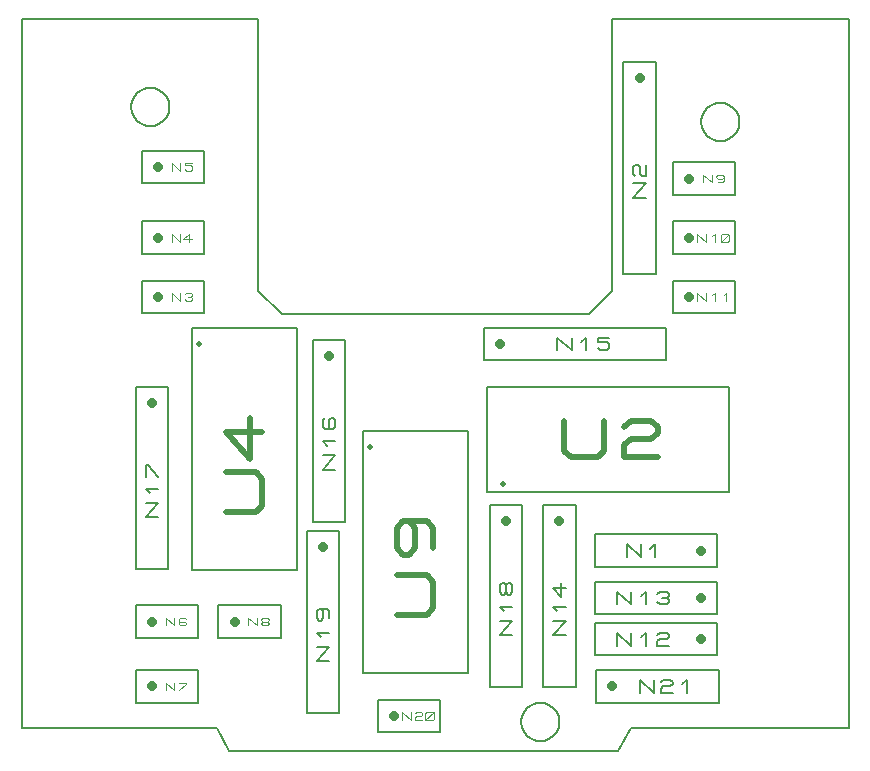
<source format=gbr>
G04 PROTEUS GERBER X2 FILE*
%TF.GenerationSoftware,Labcenter,Proteus,8.12-SP2-Build31155*%
%TF.CreationDate,2021-12-06T20:36:36+00:00*%
%TF.FileFunction,AssemblyDrawing,Top*%
%TF.FilePolarity,Positive*%
%TF.Part,Single*%
%TF.SameCoordinates,{41aeb68f-70a9-4567-b6d7-def337a2806a}*%
%FSLAX45Y45*%
%MOMM*%
G01*
%TA.AperFunction,Profile*%
%ADD17C,0.203200*%
%TA.AperFunction,Material*%
%ADD21C,0.203200*%
%ADD41C,0.508000*%
%ADD42C,0.507080*%
%ADD43C,0.812800*%
%ADD44C,0.177800*%
%ADD45C,0.110060*%
%TD.AperFunction*%
D17*
X+0Y+0D02*
X+1650000Y+0D01*
X+7000000Y+0D02*
X+7000000Y+6000000D01*
X+5000000Y+6000000D01*
X+5000000Y+3700000D01*
X+4800000Y+3500000D01*
X+2200000Y+3500000D01*
X+2000000Y+3700000D02*
X+2000000Y+6000000D01*
X+0Y+6000000D01*
X+0Y+0D01*
X+2000000Y+3700000D02*
X+2200000Y+3500000D01*
X+5160000Y+0D02*
X+7000000Y+0D01*
X+1750000Y-200000D02*
X+5050000Y-200000D01*
X+1650000Y+0D02*
X+1750000Y-200000D01*
X+5160000Y+0D02*
X+5050000Y-200000D01*
X+4550045Y+50000D02*
X+4549508Y+63142D01*
X+4545144Y+89427D01*
X+4536029Y+115712D01*
X+4521182Y+141997D01*
X+4498470Y+168118D01*
X+4472185Y+187898D01*
X+4445900Y+200658D01*
X+4419615Y+208108D01*
X+4393330Y+210987D01*
X+4389000Y+211045D01*
X+4227955Y+50000D02*
X+4228492Y+63142D01*
X+4232856Y+89427D01*
X+4241971Y+115712D01*
X+4256818Y+141997D01*
X+4279530Y+168118D01*
X+4305815Y+187898D01*
X+4332100Y+200658D01*
X+4358385Y+208108D01*
X+4384670Y+210987D01*
X+4389000Y+211045D01*
X+4227955Y+50000D02*
X+4228492Y+36858D01*
X+4232856Y+10573D01*
X+4241971Y-15712D01*
X+4256818Y-41997D01*
X+4279530Y-68118D01*
X+4305815Y-87898D01*
X+4332100Y-100658D01*
X+4358385Y-108108D01*
X+4384670Y-110987D01*
X+4389000Y-111045D01*
X+4550045Y+50000D02*
X+4549508Y+36858D01*
X+4545144Y+10573D01*
X+4536029Y-15712D01*
X+4521182Y-41997D01*
X+4498470Y-68118D01*
X+4472185Y-87898D01*
X+4445900Y-100658D01*
X+4419615Y-108108D01*
X+4393330Y-110987D01*
X+4389000Y-111045D01*
X+6074045Y+5130000D02*
X+6073508Y+5143142D01*
X+6069144Y+5169427D01*
X+6060029Y+5195712D01*
X+6045182Y+5221997D01*
X+6022470Y+5248118D01*
X+5996185Y+5267898D01*
X+5969900Y+5280658D01*
X+5943615Y+5288108D01*
X+5917330Y+5290987D01*
X+5913000Y+5291045D01*
X+5751955Y+5130000D02*
X+5752492Y+5143142D01*
X+5756856Y+5169427D01*
X+5765971Y+5195712D01*
X+5780818Y+5221997D01*
X+5803530Y+5248118D01*
X+5829815Y+5267898D01*
X+5856100Y+5280658D01*
X+5882385Y+5288108D01*
X+5908670Y+5290987D01*
X+5913000Y+5291045D01*
X+5751955Y+5130000D02*
X+5752492Y+5116858D01*
X+5756856Y+5090573D01*
X+5765971Y+5064288D01*
X+5780818Y+5038003D01*
X+5803530Y+5011882D01*
X+5829815Y+4992102D01*
X+5856100Y+4979342D01*
X+5882385Y+4971892D01*
X+5908670Y+4969013D01*
X+5913000Y+4968955D01*
X+6074045Y+5130000D02*
X+6073508Y+5116858D01*
X+6069144Y+5090573D01*
X+6060029Y+5064288D01*
X+6045182Y+5038003D01*
X+6022470Y+5011882D01*
X+5996185Y+4992102D01*
X+5969900Y+4979342D01*
X+5943615Y+4971892D01*
X+5917330Y+4969013D01*
X+5913000Y+4968955D01*
X+1248045Y+5257000D02*
X+1247508Y+5270142D01*
X+1243144Y+5296427D01*
X+1234029Y+5322712D01*
X+1219182Y+5348997D01*
X+1196470Y+5375118D01*
X+1170185Y+5394898D01*
X+1143900Y+5407658D01*
X+1117615Y+5415108D01*
X+1091330Y+5417987D01*
X+1087000Y+5418045D01*
X+925955Y+5257000D02*
X+926492Y+5270142D01*
X+930856Y+5296427D01*
X+939971Y+5322712D01*
X+954818Y+5348997D01*
X+977530Y+5375118D01*
X+1003815Y+5394898D01*
X+1030100Y+5407658D01*
X+1056385Y+5415108D01*
X+1082670Y+5417987D01*
X+1087000Y+5418045D01*
X+925955Y+5257000D02*
X+926492Y+5243858D01*
X+930856Y+5217573D01*
X+939971Y+5191288D01*
X+954818Y+5165003D01*
X+977530Y+5138882D01*
X+1003815Y+5119102D01*
X+1030100Y+5106342D01*
X+1056385Y+5098892D01*
X+1082670Y+5096013D01*
X+1087000Y+5095955D01*
X+1248045Y+5257000D02*
X+1247508Y+5243858D01*
X+1243144Y+5217573D01*
X+1234029Y+5191288D01*
X+1219182Y+5165003D01*
X+1196470Y+5138882D01*
X+1170185Y+5119102D01*
X+1143900Y+5106342D01*
X+1117615Y+5098892D01*
X+1091330Y+5096013D01*
X+1087000Y+5095955D01*
D21*
X+1436500Y+1334840D02*
X+2325500Y+1334840D01*
X+2325500Y+3387160D01*
X+1436500Y+3387160D01*
X+1436500Y+1334840D01*
D41*
X+1500000Y+3250000D02*
X+1500000Y+3250000D01*
D42*
X+1728874Y+1823344D02*
X+1982417Y+1823344D01*
X+2033125Y+1880391D01*
X+2033125Y+2108579D01*
X+1982417Y+2165626D01*
X+1728874Y+2165626D01*
X+1931708Y+2622002D02*
X+1931708Y+2279720D01*
X+1728874Y+2507908D01*
X+2033125Y+2507908D01*
D21*
X+2886500Y+464840D02*
X+3775500Y+464840D01*
X+3775500Y+2517160D01*
X+2886500Y+2517160D01*
X+2886500Y+464840D01*
D41*
X+2950000Y+2380000D02*
X+2950000Y+2380000D01*
D42*
X+3178874Y+953344D02*
X+3432417Y+953344D01*
X+3483125Y+1010391D01*
X+3483125Y+1238579D01*
X+3432417Y+1295626D01*
X+3178874Y+1295626D01*
X+3280291Y+1752002D02*
X+3331000Y+1694955D01*
X+3331000Y+1523814D01*
X+3280291Y+1466767D01*
X+3229583Y+1466767D01*
X+3178874Y+1523814D01*
X+3178874Y+1694955D01*
X+3229583Y+1752002D01*
X+3432417Y+1752002D01*
X+3483125Y+1694955D01*
X+3483125Y+1523814D01*
D21*
X+4850840Y+1362840D02*
X+5887160Y+1362840D01*
X+5887160Y+1637160D01*
X+4850840Y+1637160D01*
X+4850840Y+1362840D01*
D43*
X+5750000Y+1500000D02*
X+5750000Y+1500000D01*
D44*
X+5120080Y+1446660D02*
X+5120080Y+1553340D01*
X+5240095Y+1446660D01*
X+5240095Y+1553340D01*
X+5320105Y+1517780D02*
X+5360110Y+1553340D01*
X+5360110Y+1446660D01*
D21*
X+5092840Y+3838840D02*
X+5367160Y+3838840D01*
X+5367160Y+5637160D01*
X+5092840Y+5637160D01*
X+5092840Y+3838840D01*
D43*
X+5230000Y+5500000D02*
X+5230000Y+5500000D01*
D44*
X+5283340Y+4489080D02*
X+5176660Y+4489080D01*
X+5283340Y+4609095D01*
X+5176660Y+4609095D01*
X+5194440Y+4669102D02*
X+5176660Y+4689105D01*
X+5176660Y+4749112D01*
X+5194440Y+4769115D01*
X+5212220Y+4769115D01*
X+5230000Y+4749112D01*
X+5230000Y+4689105D01*
X+5247780Y+4669102D01*
X+5283340Y+4669102D01*
X+5283340Y+4769115D01*
D21*
X+4850840Y+612840D02*
X+5887160Y+612840D01*
X+5887160Y+887160D01*
X+4850840Y+887160D01*
X+4850840Y+612840D01*
D43*
X+5750000Y+750000D02*
X+5750000Y+750000D01*
D44*
X+5040070Y+696660D02*
X+5040070Y+803340D01*
X+5160085Y+696660D01*
X+5160085Y+803340D01*
X+5240095Y+767780D02*
X+5280100Y+803340D01*
X+5280100Y+696660D01*
X+5380112Y+785560D02*
X+5400115Y+803340D01*
X+5460122Y+803340D01*
X+5480125Y+785560D01*
X+5480125Y+767780D01*
X+5460122Y+750000D01*
X+5400115Y+750000D01*
X+5380112Y+732220D01*
X+5380112Y+696660D01*
X+5480125Y+696660D01*
D21*
X+4850840Y+962840D02*
X+5887160Y+962840D01*
X+5887160Y+1237160D01*
X+4850840Y+1237160D01*
X+4850840Y+962840D01*
D43*
X+5750000Y+1100000D02*
X+5750000Y+1100000D01*
D44*
X+5040070Y+1046660D02*
X+5040070Y+1153340D01*
X+5160085Y+1046660D01*
X+5160085Y+1153340D01*
X+5240095Y+1117780D02*
X+5280100Y+1153340D01*
X+5280100Y+1046660D01*
X+5380112Y+1135560D02*
X+5400115Y+1153340D01*
X+5460122Y+1153340D01*
X+5480125Y+1135560D01*
X+5480125Y+1117780D01*
X+5460122Y+1100000D01*
X+5480125Y+1082220D01*
X+5480125Y+1064440D01*
X+5460122Y+1046660D01*
X+5400115Y+1046660D01*
X+5380112Y+1064440D01*
X+5420117Y+1100000D02*
X+5460122Y+1100000D01*
D21*
X+3912840Y+3112840D02*
X+5457160Y+3112840D01*
X+5457160Y+3387160D01*
X+3912840Y+3387160D01*
X+3912840Y+3112840D01*
D43*
X+4050000Y+3250000D02*
X+4050000Y+3250000D01*
D44*
X+4533870Y+3196660D02*
X+4533870Y+3303340D01*
X+4653885Y+3196660D01*
X+4653885Y+3303340D01*
X+4733895Y+3267780D02*
X+4773900Y+3303340D01*
X+4773900Y+3196660D01*
X+4973925Y+3303340D02*
X+4873912Y+3303340D01*
X+4873912Y+3267780D01*
X+4953922Y+3267780D01*
X+4973925Y+3250000D01*
X+4973925Y+3214440D01*
X+4953922Y+3196660D01*
X+4893915Y+3196660D01*
X+4873912Y+3214440D01*
D21*
X+4412840Y+342840D02*
X+4687160Y+342840D01*
X+4687160Y+1887160D01*
X+4412840Y+1887160D01*
X+4412840Y+342840D01*
D43*
X+4550000Y+1750000D02*
X+4550000Y+1750000D01*
D44*
X+4603340Y+786070D02*
X+4496660Y+786070D01*
X+4603340Y+906085D01*
X+4496660Y+906085D01*
X+4532220Y+986095D02*
X+4496660Y+1026100D01*
X+4603340Y+1026100D01*
X+4567780Y+1226125D02*
X+4567780Y+1106110D01*
X+4496660Y+1186120D01*
X+4603340Y+1186120D01*
D21*
X+2462840Y+1742840D02*
X+2737160Y+1742840D01*
X+2737160Y+3287160D01*
X+2462840Y+3287160D01*
X+2462840Y+1742840D01*
D43*
X+2600000Y+3150000D02*
X+2600000Y+3150000D01*
D44*
X+2653340Y+2186070D02*
X+2546660Y+2186070D01*
X+2653340Y+2306085D01*
X+2546660Y+2306085D01*
X+2582220Y+2386095D02*
X+2546660Y+2426100D01*
X+2653340Y+2426100D01*
X+2564440Y+2626125D02*
X+2546660Y+2606122D01*
X+2546660Y+2546115D01*
X+2564440Y+2526112D01*
X+2635560Y+2526112D01*
X+2653340Y+2546115D01*
X+2653340Y+2606122D01*
X+2635560Y+2626125D01*
X+2617780Y+2626125D01*
X+2600000Y+2606122D01*
X+2600000Y+2526112D01*
D21*
X+962840Y+1342840D02*
X+1237160Y+1342840D01*
X+1237160Y+2887160D01*
X+962840Y+2887160D01*
X+962840Y+1342840D01*
D43*
X+1100000Y+2750000D02*
X+1100000Y+2750000D01*
D44*
X+1153340Y+1786070D02*
X+1046660Y+1786070D01*
X+1153340Y+1906085D01*
X+1046660Y+1906085D01*
X+1082220Y+1986095D02*
X+1046660Y+2026100D01*
X+1153340Y+2026100D01*
X+1046660Y+2126112D02*
X+1046660Y+2226125D01*
X+1064440Y+2226125D01*
X+1153340Y+2126112D01*
D21*
X+3962840Y+342840D02*
X+4237160Y+342840D01*
X+4237160Y+1887160D01*
X+3962840Y+1887160D01*
X+3962840Y+342840D01*
D43*
X+4100000Y+1750000D02*
X+4100000Y+1750000D01*
D44*
X+4153340Y+786070D02*
X+4046660Y+786070D01*
X+4153340Y+906085D01*
X+4046660Y+906085D01*
X+4082220Y+986095D02*
X+4046660Y+1026100D01*
X+4153340Y+1026100D01*
X+4100000Y+1146115D02*
X+4082220Y+1126112D01*
X+4064440Y+1126112D01*
X+4046660Y+1146115D01*
X+4046660Y+1206122D01*
X+4064440Y+1226125D01*
X+4082220Y+1226125D01*
X+4100000Y+1206122D01*
X+4100000Y+1146115D01*
X+4117780Y+1126112D01*
X+4135560Y+1126112D01*
X+4153340Y+1146115D01*
X+4153340Y+1206122D01*
X+4135560Y+1226125D01*
X+4117780Y+1226125D01*
X+4100000Y+1206122D01*
D21*
X+2412840Y+122840D02*
X+2687160Y+122840D01*
X+2687160Y+1667160D01*
X+2412840Y+1667160D01*
X+2412840Y+122840D01*
D43*
X+2550000Y+1530000D02*
X+2550000Y+1530000D01*
D44*
X+2603340Y+566070D02*
X+2496660Y+566070D01*
X+2603340Y+686085D01*
X+2496660Y+686085D01*
X+2532220Y+766095D02*
X+2496660Y+806100D01*
X+2603340Y+806100D01*
X+2532220Y+1006125D02*
X+2550000Y+986122D01*
X+2550000Y+926115D01*
X+2532220Y+906112D01*
X+2514440Y+906112D01*
X+2496660Y+926115D01*
X+2496660Y+986122D01*
X+2514440Y+1006125D01*
X+2585560Y+1006125D01*
X+2603340Y+986122D01*
X+2603340Y+926115D01*
D21*
X+3012840Y-37160D02*
X+3541160Y-37160D01*
X+3541160Y+237160D01*
X+3012840Y+237160D01*
X+3012840Y-37160D01*
D43*
X+3150000Y+100000D02*
X+3150000Y+100000D01*
D45*
X+3217312Y+66980D02*
X+3217312Y+133019D01*
X+3291606Y+66980D01*
X+3291606Y+133019D01*
X+3328753Y+122013D02*
X+3341135Y+133019D01*
X+3378282Y+133019D01*
X+3390665Y+122013D01*
X+3390665Y+111006D01*
X+3378282Y+100000D01*
X+3341135Y+100000D01*
X+3328753Y+88993D01*
X+3328753Y+66980D01*
X+3390665Y+66980D01*
X+3415430Y+77986D02*
X+3415430Y+122013D01*
X+3427812Y+133019D01*
X+3477341Y+133019D01*
X+3489724Y+122013D01*
X+3489724Y+77986D01*
X+3477341Y+66980D01*
X+3427812Y+66980D01*
X+3415430Y+77986D01*
X+3415430Y+66980D02*
X+3489724Y+133019D01*
D21*
X+4862840Y+212840D02*
X+5899160Y+212840D01*
X+5899160Y+487160D01*
X+4862840Y+487160D01*
X+4862840Y+212840D01*
D43*
X+5000000Y+350000D02*
X+5000000Y+350000D01*
D44*
X+5229870Y+296660D02*
X+5229870Y+403340D01*
X+5349885Y+296660D01*
X+5349885Y+403340D01*
X+5409892Y+385560D02*
X+5429895Y+403340D01*
X+5489902Y+403340D01*
X+5509905Y+385560D01*
X+5509905Y+367780D01*
X+5489902Y+350000D01*
X+5429895Y+350000D01*
X+5409892Y+332220D01*
X+5409892Y+296660D01*
X+5509905Y+296660D01*
X+5589915Y+367780D02*
X+5629920Y+403340D01*
X+5629920Y+296660D01*
D21*
X+3936840Y+1998500D02*
X+5989160Y+1998500D01*
X+5989160Y+2887500D01*
X+3936840Y+2887500D01*
X+3936840Y+1998500D01*
D41*
X+4074000Y+2062000D02*
X+4074000Y+2062000D01*
D42*
X+4587904Y+2595126D02*
X+4587904Y+2341583D01*
X+4644951Y+2290875D01*
X+4873139Y+2290875D01*
X+4930186Y+2341583D01*
X+4930186Y+2595126D01*
X+5101327Y+2544417D02*
X+5158374Y+2595126D01*
X+5329515Y+2595126D01*
X+5386562Y+2544417D01*
X+5386562Y+2493709D01*
X+5329515Y+2443000D01*
X+5158374Y+2443000D01*
X+5101327Y+2392292D01*
X+5101327Y+2290875D01*
X+5386562Y+2290875D01*
D21*
X+1012840Y+3512840D02*
X+1541160Y+3512840D01*
X+1541160Y+3787160D01*
X+1012840Y+3787160D01*
X+1012840Y+3512840D01*
D43*
X+1150000Y+3650000D02*
X+1150000Y+3650000D01*
D45*
X+1266841Y+3616980D02*
X+1266841Y+3683019D01*
X+1341135Y+3616980D01*
X+1341135Y+3683019D01*
X+1378282Y+3672013D02*
X+1390664Y+3683019D01*
X+1427811Y+3683019D01*
X+1440194Y+3672013D01*
X+1440194Y+3661006D01*
X+1427811Y+3650000D01*
X+1440194Y+3638993D01*
X+1440194Y+3627986D01*
X+1427811Y+3616980D01*
X+1390664Y+3616980D01*
X+1378282Y+3627986D01*
X+1403047Y+3650000D02*
X+1427811Y+3650000D01*
D21*
X+1012840Y+4012840D02*
X+1541160Y+4012840D01*
X+1541160Y+4287160D01*
X+1012840Y+4287160D01*
X+1012840Y+4012840D01*
D43*
X+1150000Y+4150000D02*
X+1150000Y+4150000D01*
D45*
X+1266841Y+4116980D02*
X+1266841Y+4183019D01*
X+1341135Y+4116980D01*
X+1341135Y+4183019D01*
X+1440194Y+4138993D02*
X+1365900Y+4138993D01*
X+1415429Y+4183019D01*
X+1415429Y+4116980D01*
D21*
X+1012840Y+4612840D02*
X+1541160Y+4612840D01*
X+1541160Y+4887160D01*
X+1012840Y+4887160D01*
X+1012840Y+4612840D01*
D43*
X+1150000Y+4750000D02*
X+1150000Y+4750000D01*
D45*
X+1266841Y+4716980D02*
X+1266841Y+4783019D01*
X+1341135Y+4716980D01*
X+1341135Y+4783019D01*
X+1440194Y+4783019D02*
X+1378282Y+4783019D01*
X+1378282Y+4761006D01*
X+1427811Y+4761006D01*
X+1440194Y+4750000D01*
X+1440194Y+4727986D01*
X+1427811Y+4716980D01*
X+1390664Y+4716980D01*
X+1378282Y+4727986D01*
D21*
X+962840Y+762840D02*
X+1491160Y+762840D01*
X+1491160Y+1037160D01*
X+962840Y+1037160D01*
X+962840Y+762840D01*
D43*
X+1100000Y+900000D02*
X+1100000Y+900000D01*
D45*
X+1216841Y+866980D02*
X+1216841Y+933019D01*
X+1291135Y+866980D01*
X+1291135Y+933019D01*
X+1390194Y+922013D02*
X+1377811Y+933019D01*
X+1340664Y+933019D01*
X+1328282Y+922013D01*
X+1328282Y+877986D01*
X+1340664Y+866980D01*
X+1377811Y+866980D01*
X+1390194Y+877986D01*
X+1390194Y+888993D01*
X+1377811Y+900000D01*
X+1328282Y+900000D01*
D21*
X+962840Y+212840D02*
X+1491160Y+212840D01*
X+1491160Y+487160D01*
X+962840Y+487160D01*
X+962840Y+212840D01*
D43*
X+1100000Y+350000D02*
X+1100000Y+350000D01*
D45*
X+1216841Y+316980D02*
X+1216841Y+383019D01*
X+1291135Y+316980D01*
X+1291135Y+383019D01*
X+1328282Y+383019D02*
X+1390194Y+383019D01*
X+1390194Y+372013D01*
X+1328282Y+316980D01*
D21*
X+1662840Y+762840D02*
X+2191160Y+762840D01*
X+2191160Y+1037160D01*
X+1662840Y+1037160D01*
X+1662840Y+762840D01*
D43*
X+1800000Y+900000D02*
X+1800000Y+900000D01*
D45*
X+1916841Y+866980D02*
X+1916841Y+933019D01*
X+1991135Y+866980D01*
X+1991135Y+933019D01*
X+2040664Y+900000D02*
X+2028282Y+911006D01*
X+2028282Y+922013D01*
X+2040664Y+933019D01*
X+2077811Y+933019D01*
X+2090194Y+922013D01*
X+2090194Y+911006D01*
X+2077811Y+900000D01*
X+2040664Y+900000D01*
X+2028282Y+888993D01*
X+2028282Y+877986D01*
X+2040664Y+866980D01*
X+2077811Y+866980D01*
X+2090194Y+877986D01*
X+2090194Y+888993D01*
X+2077811Y+900000D01*
D21*
X+5512840Y+4512840D02*
X+6041160Y+4512840D01*
X+6041160Y+4787160D01*
X+5512840Y+4787160D01*
X+5512840Y+4512840D01*
D43*
X+5650000Y+4650000D02*
X+5650000Y+4650000D01*
D45*
X+5766841Y+4616980D02*
X+5766841Y+4683019D01*
X+5841135Y+4616980D01*
X+5841135Y+4683019D01*
X+5940194Y+4661006D02*
X+5927811Y+4650000D01*
X+5890664Y+4650000D01*
X+5878282Y+4661006D01*
X+5878282Y+4672013D01*
X+5890664Y+4683019D01*
X+5927811Y+4683019D01*
X+5940194Y+4672013D01*
X+5940194Y+4627986D01*
X+5927811Y+4616980D01*
X+5890664Y+4616980D01*
D21*
X+5512840Y+4012840D02*
X+6041160Y+4012840D01*
X+6041160Y+4287160D01*
X+5512840Y+4287160D01*
X+5512840Y+4012840D01*
D43*
X+5650000Y+4150000D02*
X+5650000Y+4150000D01*
D45*
X+5717312Y+4116980D02*
X+5717312Y+4183019D01*
X+5791606Y+4116980D01*
X+5791606Y+4183019D01*
X+5841135Y+4161006D02*
X+5865900Y+4183019D01*
X+5865900Y+4116980D01*
X+5915430Y+4127986D02*
X+5915430Y+4172013D01*
X+5927812Y+4183019D01*
X+5977341Y+4183019D01*
X+5989724Y+4172013D01*
X+5989724Y+4127986D01*
X+5977341Y+4116980D01*
X+5927812Y+4116980D01*
X+5915430Y+4127986D01*
X+5915430Y+4116980D02*
X+5989724Y+4183019D01*
D21*
X+5512840Y+3512840D02*
X+6041160Y+3512840D01*
X+6041160Y+3787160D01*
X+5512840Y+3787160D01*
X+5512840Y+3512840D01*
D43*
X+5650000Y+3650000D02*
X+5650000Y+3650000D01*
D45*
X+5717312Y+3616980D02*
X+5717312Y+3683019D01*
X+5791606Y+3616980D01*
X+5791606Y+3683019D01*
X+5841135Y+3661006D02*
X+5865900Y+3683019D01*
X+5865900Y+3616980D01*
X+5940194Y+3661006D02*
X+5964959Y+3683019D01*
X+5964959Y+3616980D01*
M02*

</source>
